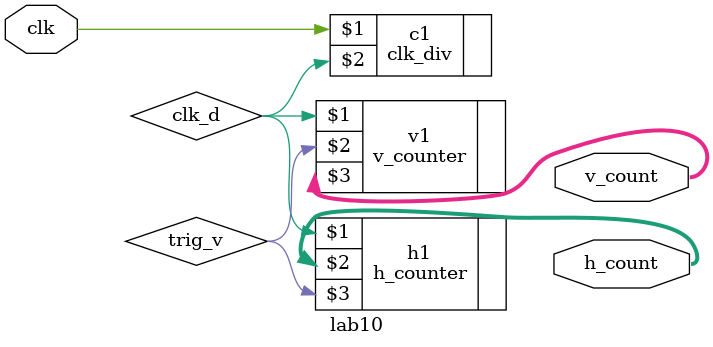
<source format=v>
`timescale 1ns / 1ps


module lab10(
    input clk,
    output [9:0] h_count,
    output [9:0] v_count
    );
    wire clk_d;
  
  clk_div c1(clk, clk_d);
  
  wire trig_v;
  
  h_counter h1(clk_d, h_count, trig_v);
  
  v_counter v1(clk_d, trig_v, v_count);
    
    
endmodule

</source>
